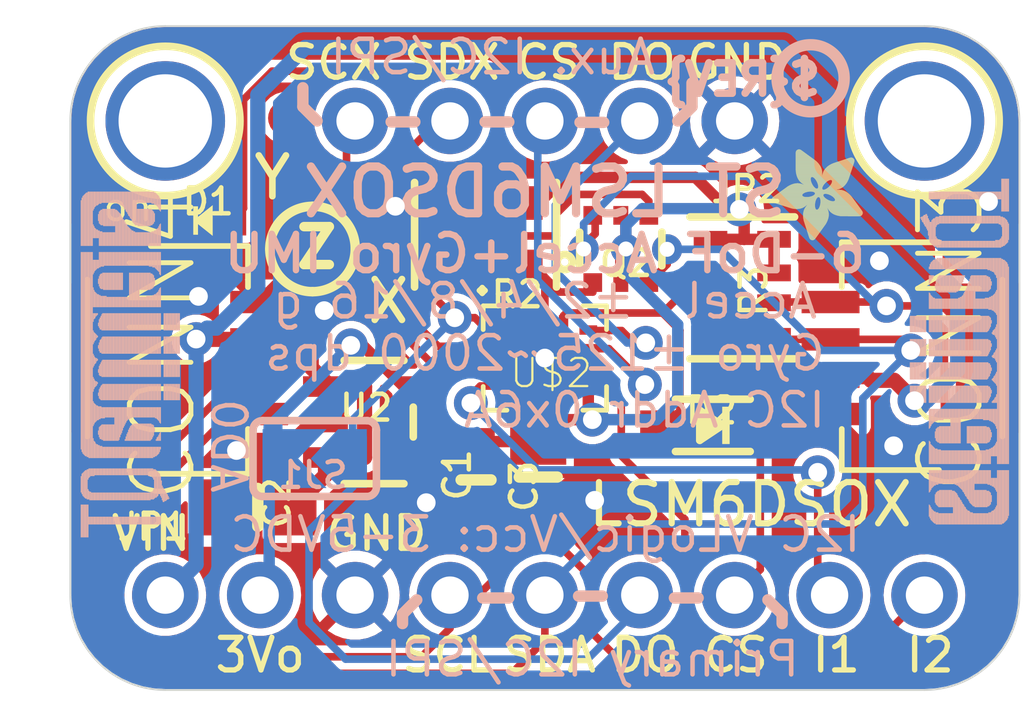
<source format=kicad_pcb>
(kicad_pcb (version 20221018) (generator pcbnew)
  (layers (0 "F.Cu" signal) (31 "B.Cu" signal) (34 "B.Paste" user) (35 "F.Paste" user) (36 "B.SilkS" user "B.Silkscreen") (37 "F.SilkS" user "F.Silkscreen") (38 "B.Mask" user) (39 "F.Mask" user) (44 "Edge.Cuts" user))
  (net 0 "")
  (net 1 "GND")
  (net 2 "SDA")
  (net 3 "SCL")
  (net 4 "SCL_3V")
  (net 5 "SDA_3V")
  (net 6 "3.3V")
  (net 7 "VCC")
  (net 8 "N$1")
  (net 9 "INT1")
  (net 10 "INT2")
  (net 11 "SDO")
  (net 12 "SDX")
  (net 13 "SCX")
  (net 14 "OCS_AUX")
  (net 15 "SDO_AUX")
  (net 16 "CS_5V")
  (net 17 "CS_3V")
  (footprint "working:ADAFRUIT_2.5MM" (layer "F.Cu") (at 157.0101 99.4156 180)
    (fp_text reference "U$9" hide)
    (fp_text value "" hide)
  )
  (footprint "working:CHIPLED_0603_NOOUTLINE" (layer "F.Cu") (at 139.3571 101.3206 90)
    (fp_text reference "D1" (at 0.508 0.889) (layer "F.SilkS") (effects (font (size 0.692831 0.692831) (thickness 0.119969)) (justify right)))
    (fp_text value "GREEN")
    (pad "A" smd rect (at 0 0.75 90) (size 0.8 0.8) (layers "F.Cu" "F.Paste" "F.Mask") (net 8 "N$1"))
    (pad "C" smd rect (at 0 -0.75 90) (size 0.8 0.8) (layers "F.Cu" "F.Paste" "F.Mask") (net 1 "GND"))
  )
  (footprint "working:SOT363" (layer "F.Cu") (at 150.5331 102.0826)
    (fp_text reference "Q2" (at -0.635 0.381) (layer "F.SilkS") (effects (font (size 0.692831 0.692831) (thickness 0.119969)) (justify left)))
    (fp_text value "BSS138")
    (pad "1" smd rect (at -0.75 0.9) (size 0.5 0.5) (layers "F.Cu" "F.Paste" "F.Mask") (net 4 "SCL_3V"))
    (pad "2" smd rect (at 0 0.9) (size 0.4 0.5) (layers "F.Cu" "F.Paste" "F.Mask") (net 6 "3.3V"))
    (pad "3" smd rect (at 0.75 0.9) (size 0.5 0.5) (layers "F.Cu" "F.Paste" "F.Mask") (net 2 "SDA"))
    (pad "4" smd rect (at 0.75 -0.9) (size 0.5 0.5) (layers "F.Cu" "F.Paste" "F.Mask") (net 5 "SDA_3V"))
    (pad "5" smd rect (at 0 -0.9) (size 0.4 0.5) (layers "F.Cu" "F.Paste" "F.Mask") (net 6 "3.3V"))
    (pad "6" smd rect (at -0.75 -0.9) (size 0.5 0.5) (layers "F.Cu" "F.Paste" "F.Mask") (net 3 "SCL"))
  )
  (footprint "working:JST_SH4" (layer "F.Cu") (at 138.3411 105.0036 -90)
    (fp_text reference "CONN4" (at -4.6 0.069 90) (layer "F.SilkS") (effects (font (size 1.647139 1.647139) (thickness 0.130861)) (justify right)))
    (fp_text value "STEMMA_I2C_QT" hide)
    (pad "1" smd rect (at -1.5 -2.514) (size 1.55 0.6) (layers "F.Cu" "F.Paste" "F.Mask") (net 1 "GND"))
    (pad "2" smd rect (at -0.5 -2.514) (size 1.55 0.6) (layers "F.Cu" "F.Paste" "F.Mask") (net 7 "VCC"))
    (pad "3" smd rect (at 0.5 -2.514) (size 1.55 0.6) (layers "F.Cu" "F.Paste" "F.Mask") (net 2 "SDA"))
    (pad "4" smd rect (at 1.5 -2.514) (size 1.55 0.6) (layers "F.Cu" "F.Paste" "F.Mask") (net 3 "SCL"))
    (pad "MT1" smd rect (at -2.8 1.386) (size 1.8 1.2) (layers "F.Cu" "F.Paste" "F.Mask"))
    (pad "MT2" smd rect (at 2.8 1.386) (size 1.8 1.2) (layers "F.Cu" "F.Paste" "F.Mask"))
  )
  (footprint "working:1X09_ROUND_70" (layer "F.Cu") (at 148.5011 111.3536)
    (fp_text reference "JP1" (at -11.5062 -1.8288) (layer "F.SilkS") (effects (font (size 0.692831 0.692831) (thickness 0.119969)) (justify left)))
    (fp_text value "")
    (pad "1" thru_hole circle (at -10.16 0 90) (size 1.778 1.778) (drill 1) (layers "*.Cu" "*.Mask") (net 7 "VCC"))
    (pad "2" thru_hole circle (at -7.62 0 90) (size 1.778 1.778) (drill 1) (layers "*.Cu" "*.Mask") (net 6 "3.3V"))
    (pad "3" thru_hole circle (at -5.08 0 90) (size 1.778 1.778) (drill 1) (layers "*.Cu" "*.Mask") (net 1 "GND"))
    (pad "4" thru_hole circle (at -2.54 0 90) (size 1.778 1.778) (drill 1) (layers "*.Cu" "*.Mask") (net 3 "SCL"))
    (pad "5" thru_hole circle (at 0 0 90) (size 1.778 1.778) (drill 1) (layers "*.Cu" "*.Mask") (net 2 "SDA"))
    (pad "6" thru_hole circle (at 2.54 0 90) (size 1.778 1.778) (drill 1) (layers "*.Cu" "*.Mask") (net 11 "SDO"))
    (pad "7" thru_hole circle (at 5.08 0 90) (size 1.778 1.778) (drill 1) (layers "*.Cu" "*.Mask") (net 16 "CS_5V"))
    (pad "8" thru_hole circle (at 7.62 0 90) (size 1.778 1.778) (drill 1) (layers "*.Cu" "*.Mask") (net 9 "INT1"))
    (pad "9" thru_hole circle (at 10.16 0 90) (size 1.778 1.778) (drill 1) (layers "*.Cu" "*.Mask") (net 10 "INT2"))
  )
  (footprint "working:SOT23-5" (layer "F.Cu") (at 143.9291 106.7181 -90)
    (fp_text reference "U2" (at -0.381 -0.562) (layer "F.SilkS") (effects (font (size 0.692831 0.692831) (thickness 0.119969)) (justify right)))
    (fp_text value "AP2112K-3.3")
    (pad "1" smd rect (at -0.95 1.3001 270) (size 0.55 1.2) (layers "F.Cu" "F.Paste" "F.Mask") (net 7 "VCC"))
    (pad "2" smd rect (at 0 1.3001 270) (size 0.55 1.2) (layers "F.Cu" "F.Paste" "F.Mask") (net 1 "GND"))
    (pad "3" smd rect (at 0.95 1.3001 270) (size 0.55 1.2) (layers "F.Cu" "F.Paste" "F.Mask") (net 7 "VCC"))
    (pad "4" smd rect (at 0.95 -1.3001 270) (size 0.55 1.2) (layers "F.Cu" "F.Paste" "F.Mask"))
    (pad "5" smd rect (at -0.95 -1.3001 270) (size 0.55 1.2) (layers "F.Cu" "F.Paste" "F.Mask") (net 6 "3.3V"))
  )
  (footprint "working:0603-NO" (layer "F.Cu") (at 146.6596 108.2675 -90)
    (fp_text reference "C1" (at -0.889 0.508 90) (layer "F.SilkS") (effects (font (size 0.692831 0.692831) (thickness 0.119969)) (justify right)))
    (fp_text value "0.1uF")
    (pad "1" smd rect (at -0.85 0 270) (size 1.075 1) (layers "F.Cu" "F.Paste" "F.Mask") (net 6 "3.3V"))
    (pad "2" smd rect (at 0.85 0 270) (size 1.075 1) (layers "F.Cu" "F.Paste" "F.Mask") (net 1 "GND"))
  )
  (footprint "working:FIDUCIAL_1MM" (layer "F.Cu") (at 141.5923 98.5774)
    (fp_text reference "FID3" hide)
    (fp_text value "FIDUCIAL_1MM" hide)
    (pad "1" smd roundrect (at 0 0) (size 1 1) (layers "F.Cu" "F.Mask") (roundrect_rratio 0.5))
  )
  (footprint "working:0805-NO" (layer "F.Cu") (at 148.3233 108.1913 -90)
    (fp_text reference "C3" (at -0.508 0.381 90) (layer "F.SilkS") (effects (font (size 0.692831 0.692831) (thickness 0.119969)) (justify right)))
    (fp_text value "10uF")
    (pad "1" smd rect (at -0.95 0 270) (size 1.24 1.5) (layers "F.Cu" "F.Paste" "F.Mask") (net 6 "3.3V"))
    (pad "2" smd rect (at 0.95 0 270) (size 1.24 1.5) (layers "F.Cu" "F.Paste" "F.Mask") (net 1 "GND"))
  )
  (footprint "working:RESPACK_4X0603" (layer "F.Cu") (at 146.9136 101.7016 180)
    (fp_text reference "R2" (at -1.6 -1.6) (layer "F.SilkS") (effects (font (size 0.692831 0.692831) (thickness 0.119969)) (justify right)))
    (fp_text value "10K")
    (pad "1" smd rect (at -1.3 0.85 180) (size 0.45 0.9) (layers "F.Cu" "F.Paste" "F.Mask") (net 6 "3.3V"))
    (pad "2" smd rect (at -0.4 0.85 180) (size 0.45 0.9) (layers "F.Cu" "F.Paste" "F.Mask") (net 6 "3.3V"))
    (pad "3" smd rect (at 0.4 0.85 180) (size 0.45 0.9) (layers "F.Cu" "F.Paste" "F.Mask") (net 8 "N$1"))
    (pad "4" smd rect (at 1.3 0.85 180) (size 0.45 0.9) (layers "F.Cu" "F.Paste" "F.Mask") (net 1 "GND"))
    (pad "5" smd rect (at 1.3 -0.85 180) (size 0.45 0.9) (layers "F.Cu" "F.Paste" "F.Mask") (net 11 "SDO"))
    (pad "6" smd rect (at 0.4 -0.85 180) (size 0.45 0.9) (layers "F.Cu" "F.Paste" "F.Mask") (net 6 "3.3V"))
    (pad "7" smd rect (at -0.4 -0.85 180) (size 0.45 0.9) (layers "F.Cu" "F.Paste" "F.Mask") (net 5 "SDA_3V"))
    (pad "8" smd rect (at -1.3 -0.85 180) (size 0.45 0.9) (layers "F.Cu" "F.Paste" "F.Mask") (net 4 "SCL_3V"))
  )
  (footprint "working:LGA-14L" (layer "F.Cu") (at 148.5011 105.0036)
    (fp_text reference "U$2" (at -0.984 0.405) (layer "F.SilkS") (effects (font (size 0.752978 0.752978) (thickness 0.059822)) (justify left)))
    (fp_text value "LSM6DSOX")
    (fp_text user "." (at -2.159 -1.524) (layer "F.SilkS") (effects (font (size 1.63576 1.63576) (thickness 0.14224)) (justify left bottom)))
    (pad "1" smd rect (at -1.1625 -0.75) (size 0.475 0.25) (layers "F.Cu" "F.Paste" "F.Mask") (net 11 "SDO"))
    (pad "2" smd rect (at -1.1625 -0.25) (size 0.475 0.25) (layers "F.Cu" "F.Paste" "F.Mask") (net 12 "SDX"))
    (pad "3" smd rect (at -1.1625 0.25) (size 0.475 0.25) (layers "F.Cu" "F.Paste" "F.Mask") (net 13 "SCX"))
    (pad "4" smd rect (at -1.1625 0.75) (size 0.475 0.25) (layers "F.Cu" "F.Paste" "F.Mask") (net 9 "INT1"))
    (pad "5" smd rect (at -0.5 0.9125 90) (size 0.475 0.25) (layers "F.Cu" "F.Paste" "F.Mask") (net 6 "3.3V"))
    (pad "6" smd rect (at 0 0.9125 90) (size 0.475 0.25) (layers "F.Cu" "F.Paste" "F.Mask") (net 1 "GND"))
    (pad "7" smd rect (at 0.5 0.9125 90) (size 0.475 0.25) (layers "F.Cu" "F.Paste" "F.Mask") (net 1 "GND"))
    (pad "8" smd rect (at 1.1625 0.75 180) (size 0.475 0.25) (layers "F.Cu" "F.Paste" "F.Mask") (net 6 "3.3V"))
    (pad "9" smd rect (at 1.1625 0.25 180) (size 0.475 0.25) (layers "F.Cu" "F.Paste" "F.Mask") (net 10 "INT2"))
    (pad "10" smd rect (at 1.1625 -0.25 180) (size 0.475 0.25) (layers "F.Cu" "F.Paste" "F.Mask") (net 14 "OCS_AUX"))
    (pad "11" smd rect (at 1.1625 -0.75 180) (size 0.475 0.25) (layers "F.Cu" "F.Paste" "F.Mask") (net 15 "SDO_AUX"))
    (pad "12" smd rect (at 0.5 -0.9125 270) (size 0.475 0.25) (layers "F.Cu" "F.Paste" "F.Mask") (net 17 "CS_3V"))
    (pad "13" smd rect (at 0 -0.9125 270) (size 0.475 0.25) (layers "F.Cu" "F.Paste" "F.Mask") (net 4 "SCL_3V"))
    (pad "14" smd rect (at -0.5 -0.9125 270) (size 0.475 0.25) (layers "F.Cu" "F.Paste" "F.Mask") (net 5 "SDA_3V"))
  )
  (footprint "working:MOUNTINGHOLE_2.5_PLATED" (layer "F.Cu") (at 138.3411 98.6536)
    (fp_text reference "U$1" hide)
    (fp_text value "MOUNTINGHOLE2.5" hide)
    (pad "P$1" thru_hole circle (at 0 0) (size 3.2 3.2) (drill 2.5) (layers "*.Cu" "*.Mask"))
    (zone (net 0) (net_name "") (layer "F.Cu") (connect_pads (clearance 0)) (min_thickness 0.25)
      (keepout (tracks not_allowed) (vias not_allowed) (pads not_allowed) (copperpour not_allowed) (footprints allowed))
      (fill (thermal_gap 0.5) (thermal_bridge_width 0.5))
      (polygon (pts (xy 140.3571 98.6536) (xy 140.33748 98.373027) (xy 140.279004 98.097915) (xy 140.182808 97.833619) (xy 140.050765 97.585283) (xy 139.885446 97.35774) (xy 139.690067 97.15542) (xy 139.468433 96.98226) (xy 139.224856 96.841631) (xy 138.964078 96.73627) (xy 138.691175 96.668228) (xy 138.411457 96.638828) (xy 138.130371 96.648644) (xy 137.853385 96.697484) (xy 137.585893 96.784397) (xy 137.3331 96.907693) (xy 137.099926 97.06497) (xy 136.890911 97.253169) (xy 136.710122 97.468625) (xy 136.561078 97.707145) (xy 136.44668 97.964087) (xy 136.369154 98.23445) (xy 136.330011 98.512971) (xy 136.330011 98.794229) (xy 136.369154 99.07275) (xy 136.44668 99.343113) (xy 136.561078 99.600055) (xy 136.710122 99.838575) (xy 136.890911 100.054031) (xy 137.099926 100.24223) (xy 137.3331 100.399507) (xy 137.585893 100.522803) (xy 137.853385 100.609716) (xy 138.130371 100.658556) (xy 138.411457 100.668372) (xy 138.691175 100.638972) (xy 138.964078 100.57093) (xy 139.224856 100.465569) (xy 139.468433 100.32494) (xy 139.690067 100.15178) (xy 139.885446 99.94946) (xy 140.050765 99.721917) (xy 140.182808 99.473581) (xy 140.279004 99.209285) (xy 140.33748 98.934173)))
      (polygon (pts (xy 138.3251 98.6536) (xy 138.329786 98.664914) (xy 138.3411 98.6696) (xy 138.352414 98.664914) (xy 138.3571 98.6536) (xy 138.352414 98.642286) (xy 138.3411 98.6376) (xy 138.329786 98.642286)))
    )
    (zone (net 0) (net_name "") (layer "B.Cu") (connect_pads (clearance 0)) (min_thickness 0.25)
      (keepout (tracks not_allowed) (vias not_allowed) (pads not_allowed) (copperpour not_allowed) (footprints allowed))
      (fill (thermal_gap 0.5) (thermal_bridge_width 0.5))
      (polygon (pts (xy 140.3571 98.6536) (xy 140.33748 98.373027) (xy 140.279004 98.097915) (xy 140.182808 97.833619) (xy 140.050765 97.585283) (xy 139.885446 97.35774) (xy 139.690067 97.15542) (xy 139.468433 96.98226) (xy 139.224856 96.841631) (xy 138.964078 96.73627) (xy 138.691175 96.668228) (xy 138.411457 96.638828) (xy 138.130371 96.648644) (xy 137.853385 96.697484) (xy 137.585893 96.784397) (xy 137.3331 96.907693) (xy 137.099926 97.06497) (xy 136.890911 97.253169) (xy 136.710122 97.468625) (xy 136.561078 97.707145) (xy 136.44668 97.964087) (xy 136.369154 98.23445) (xy 136.330011 98.512971) (xy 136.330011 98.794229) (xy 136.369154 99.07275) (xy 136.44668 99.343113) (xy 136.561078 99.600055) (xy 136.710122 99.838575) (xy 136.890911 100.054031) (xy 137.099926 100.24223) (xy 137.3331 100.399507) (xy 137.585893 100.522803) (xy 137.853385 100.609716) (xy 138.130371 100.658556) (xy 138.411457 100.668372) (xy 138.691175 100.638972) (xy 138.964078 100.57093) (xy 139.224856 100.465569) (xy 139.468433 100.32494) (xy 139.690067 100.15178) (xy 139.885446 99.94946) (xy 140.050765 99.721917) (xy 140.182808 99.473581) (xy 140.279004 99.209285) (xy 140.33748 98.934173)))
      (polygon (pts (xy 138.3251 98.6536) (xy 138.329786 98.664914) (xy 138.3411 98.6696) (xy 138.352414 98.664914) (xy 138.3571 98.6536) (xy 138.352414 98.642286) (xy 138.3411 98.6376) (xy 138.329786 98.642286)))
    )
  )
  (footprint "working:MOUNTINGHOLE_2.5_PLATED" (layer "F.Cu") (at 158.6611 98.6536)
    (fp_text reference "U$17" hide)
    (fp_text value "MOUNTINGHOLE2.5" hide)
    (pad "P$1" thru_hole circle (at 0 0) (size 3.2 3.2) (drill 2.5) (layers "*.Cu" "*.Mask"))
    (zone (net 0) (net_name "") (layer "F.Cu") (connect_pads (clearance 0)) (min_thickness 0.25)
      (keepout (tracks not_allowed) (vias not_allowed) (pads not_allowed) (copperpour not_allowed) (footprints allowed))
      (fill (thermal_gap 0.5) (thermal_bridge_width 0.5))
      (polygon (pts (xy 160.6771 98.6536) (xy 160.65748 98.373027) (xy 160.599004 98.097915) (xy 160.502808 97.833619) (xy 160.370765 97.585283) (xy 160.205446 97.35774) (xy 160.010067 97.15542) (xy 159.788433 96.98226) (xy 159.544856 96.841631) (xy 159.284078 96.73627) (xy 159.011175 96.668228) (xy 158.731457 96.638828) (xy 158.450371 96.648644) (xy 158.173385 96.697484) (xy 157.905893 96.784397) (xy 157.6531 96.907693) (xy 157.419926 97.06497) (xy 157.210911 97.253169) (xy 157.030122 97.468625) (xy 156.881078 97.707145) (xy 156.76668 97.964087) (xy 156.689154 98.23445) (xy 156.650011 98.512971) (xy 156.650011 98.794229) (xy 156.689154 99.07275) (xy 156.76668 99.343113) (xy 156.881078 99.600055) (xy 157.030122 99.838575) (xy 157.210911 100.054031) (xy 157.419926 100.24223) (xy 157.6531 100.399507) (xy 157.905893 100.522803) (xy 158.173385 100.609716) (xy 158.450371 100.658556) (xy 158.731457 100.668372) (xy 159.011175 100.638972) (xy 159.284078 100.57093) (xy 159.544856 100.465569) (xy 159.788433 100.32494) (xy 160.010067 100.15178) (xy 160.205446 99.94946) (xy 160.370765 99.721917) (xy 160.502808 99.473581) (xy 160.599004 99.209285) (xy 160.65748 98.934173)))
      (polygon (pts (xy 158.6451 98.6536) (xy 158.649786 98.664914) (xy 158.6611 98.6696) (xy 158.672414 98.664914) (xy 158.6771 98.6536) (xy 158.672414 98.642286) (xy 158.6611 98.6376) (xy 158.649786 98.642286)))
    )
    (zone (net 0) (net_name "") (layer "B.Cu") (connect_pads (clearance 0)) (min_thickness 0.25)
      (keepout (tracks not_allowed) (vias not_allowed) (pads not_allowed) (copperpour not_allowed) (footprints allowed))
      (fill (thermal_gap 0.5) (thermal_bridge_width 0.5))
      (polygon (pts (xy 160.6771 98.6536) (xy 160.65748 98.373027) (xy 160.599004 98.097915) (xy 160.502808 97.833619) (xy 160.370765 97.585283) (xy 160.205446 97.35774) (xy 160.010067 97.15542) (xy 159.788433 96.98226) (xy 159.544856 96.841631) (xy 159.284078 96.73627) (xy 159.011175 96.668228) (xy 158.731457 96.638828) (xy 158.450371 96.648644) (xy 158.173385 96.697484) (xy 157.905893 96.784397) (xy 157.6531 96.907693) (xy 157.419926 97.06497) (xy 157.210911 97.253169) (xy 157.030122 97.468625) (xy 156.881078 97.707145) (xy 156.76668 97.964087) (xy 156.689154 98.23445) (xy 156.650011 98.512971) (xy 156.650011 98.794229) (xy 156.689154 99.07275) (xy 156.76668 99.343113) (xy 156.881078 99.600055) (xy 157.030122 99.838575) (xy 157.210911 100.054031) (xy 157.419926 100.24223) (xy 157.6531 100.399507) (xy 157.905893 100.522803) (xy 158.173385 100.609716) (xy 158.450371 100.658556) (xy 158.731457 100.668372) (xy 159.011175 100.638972) (xy 159.284078 100.57093) (xy 159.544856 100.465569) (xy 159.788433 100.32494) (xy 160.010067 100.15178) (xy 160.205446 99.94946) (xy 160.370765 99.721917) (xy 160.502808 99.473581) (xy 160.599004 99.209285) (xy 160.65748 98.934173)))
      (polygon (pts (xy 158.6451 98.6536) (xy 158.649786 98.664914) (xy 158.6611 98.6696) (xy 158.672414 98.664914) (xy 158.6771 98.6536) (xy 158.672414 98.642286) (xy 158.6611 98.6376) (xy 158.649786 98.642286)))
    )
  )
  (footprint "working:JST_SH4" (layer "F.Cu") (at 158.6611 105.0036 90)
    (fp_text reference "CONN3" (at -3.711 0.704 90) (layer "F.SilkS") (effects (font (size 1.647139 1.647139) (thickness 0.130861)) (justify left)))
    (fp_text value "STEMMA_I2C_QT" hide)
    (pad "1" smd rect (at -1.5 -2.514 180) (size 1.55 0.6) (layers "F.Cu" "F.Paste" "F.Mask") (net 1 "GND"))
    (pad "2" smd rect (at -0.5 -2.514 180) (size 1.55 0.6) (layers "F.Cu" "F.Paste" "F.Mask") (net 7 "VCC"))
    (pad "3" smd rect (at 0.5 -2.514 180) (size 1.55 0.6) (layers "F.Cu" "F.Paste" "F.Mask") (net 2 "SDA"))
    (pad "4" smd rect (at 1.5 -2.514 180) (size 1.55 0.6) (layers "F.Cu" "F.Paste" "F.Mask") (net 3 "SCL"))
    (pad "MT1" smd rect (at -2.8 1.386 180) (size 1.8 1.2) (layers "F.Cu" "F.Paste" "F.Mask"))
    (pad "MT2" smd rect (at 2.8 1.386 180) (size 1.8 1.2) (layers "F.Cu" "F.Paste" "F.Mask"))
  )
  (footprint "working:0805-NO" (layer "F.Cu") (at 140.8176 109.0041 180)
    (fp_text reference "C2" (at -0.508 -0.635 90) (layer "F.SilkS") (effects (font (size 0.692831 0.692831) (thickness 0.119969)) (justify left)))
    (fp_text value "10uF")
    (pad "1" smd rect (at -0.95 0 180) (size 1.24 1.5) (layers "F.Cu" "F.Paste" "F.Mask") (net 7 "VCC"))
    (pad "2" smd rect (at 0.95 0 180) (size 1.24 1.5) (layers "F.Cu" "F.Paste" "F.Mask") (net 1 "GND"))
  )
  (footprint "working:RESPACK_4X0603" (layer "F.Cu") (at 153.7843 103.124 90)
    (fp_text reference "R3" (at -0.838 0.305 90) (layer "F.SilkS") (effects (font (size 0.692831 0.692831) (thickness 0.119969)) (justify left)))
    (fp_text value "10K")
    (pad "1" smd rect (at -1.3 0.85 90) (size 0.45 0.9) (layers "F.Cu" "F.Paste" "F.Mask") (net 2 "SDA"))
    (pad "2" smd rect (at -0.4 0.85 90) (size 0.45 0.9) (layers "F.Cu" "F.Paste" "F.Mask") (net 3 "SCL"))
    (pad "3" smd rect (at 0.4 0.85 90) (size 0.45 0.9) (layers "F.Cu" "F.Paste" "F.Mask") (net 6 "3.3V"))
    (pad "4" smd rect (at 1.3 0.85 90) (size 0.45 0.9) (layers "F.Cu" "F.Paste" "F.Mask") (net 6 "3.3V"))
    (pad "5" smd rect (at 1.3 -0.85 90) (size 0.45 0.9) (layers "F.Cu" "F.Paste" "F.Mask") (net 6 "3.3V"))
    (pad "6" smd rect (at 0.4 -0.85 90) (size 0.45 0.9) (layers "F.Cu" "F.Paste" "F.Mask") (net 17 "CS_3V"))
    (pad "7" smd rect (at -0.4 -0.85 90) (size 0.45 0.9) (layers "F.Cu" "F.Paste" "F.Mask") (net 7 "VCC"))
    (pad "8" smd rect (at -1.3 -0.85 90) (size 0.45 0.9) (layers "F.Cu" "F.Paste" "F.Mask") (net 7 "VCC"))
  )
  (footprint "working:1X05_ROUND_70" (layer "F.Cu") (at 148.5011 98.6536 180)
    (fp_text reference "JP2" (at -6.4262 -1.8288) (layer "F.SilkS") (effects (font (size 0.692831 0.692831) (thickness 0.119969)) (justify right)))
    (fp_text value "")
    (pad "1" thru_hole circle (at -5.08 0 270) (size 1.778 1.778) (drill 1) (layers "*.Cu" "*.Mask") (net 1 "GND"))
    (pad "2" thru_hole circle (at -2.54 0 270) (size 1.778 1.778) (drill 1) (layers "*.Cu" "*.Mask") (net 15 "SDO_AUX"))
    (pad "3" thru_hole circle (at 0 0 270) (size 1.778 1.778) (drill 1) (layers "*.Cu" "*.Mask") (net 14 "OCS_AUX"))
    (pad "4" thru_hole circle (at 2.54 0 270) (size 1.778 1.778) (drill 1) (layers "*.Cu" "*.Mask") (net 12 "SDX"))
    (pad "5" thru_hole circle (at 5.08 0 270) (size 1.778 1.778) (drill 1) (layers "*.Cu" "*.Mask") (net 13 "SCX"))
  )
  (footprint "working:FIDUCIAL_1MM" (layer "F.Cu") (at 160.2359 109.5248)
    (fp_text reference "FID4" hide)
    (fp_text value "FIDUCIAL_1MM" hide)
    (pad "1" smd roundrect (at 0 0) (size 1 1) (layers "F.Cu" "F.Mask") (roundrect_rratio 0.5))
  )
  (footprint "working:SOD-323" (layer "F.Cu") (at 152.9969 106.807 180)
    (fp_text reference "D2" (at -0.719 0.397) (layer "F.SilkS") (effects (font (size 0.692831 0.692831) (thickness 0.119969)) (justify right)))
    (fp_text value "1N4148")
    (pad "A" smd rect (at 1.27 0 180) (size 1.35 0.8) (layers "F.Cu" "F.Paste" "F.Mask") (net 17 "CS_3V"))
    (pad "C" smd rect (at -1.27 0 180) (size 1.35 0.8) (layers "F.Cu" "F.Paste" "F.Mask") (net 16 "CS_5V"))
  )
  (footprint "working:PCBFEAT-REV-040" (layer "B.Cu") (at 155.6131 97.5106 180)
    (fp_text reference "U$25" hide)
    (fp_text value "" hide)
    (fp_text user "${REV}" (at -0.3556 -0.508) (layer "B.SilkS") (effects (font (size 0.8128 0.8128) (thickness 0.2032)) (justify left bottom mirror)))
  )
  (footprint "working:STEMMAQT" (layer "B.Cu") (at 158.2801 109.4486 90)
    (fp_text reference "U$30" hide)
    (fp_text value "" hide)
  )
  (footprint "working:STEMMAQT" (layer "B.Cu") (at 138.7221 100.5586 -90)
    (fp_text reference "U$31" hide)
    (fp_text value "" hide)
  )
  (footprint "working:SOLDERJUMPER_ARROW_NOPASTE" (layer "B.Cu") (at 142.3416 107.696 180)
    (fp_text reference "SJ1" (at -0.9525 -0.4445) (layer "B.SilkS") (effects (font (size 0.692831 0.692831) (thickness 0.119969)) (justify left mirror)))
    (fp_text value "")
    (fp_poly (pts (xy 0.106121 -0.002663) (xy -0.679416 -0.7882) (xy -1.3946 -0.7882) (xy -1.3946 0.7882) (xy -0.62715 0.7882)) (fill solid) (layer "B.Cu"))
    (fp_poly (pts (xy 1.3946 -0.7882) (xy -0.315893 -0.7882) (xy 0.443148 0) (xy -0.315893 0.7882) (xy 1.3946 0.7882)) (fill solid) (layer "B.Cu"))
    (pad "1" smd roundrect (at -1.016 0 180) (size 0.762 1.524) (layers "B.Cu") (net 11 "SDO"))
    (pad "2" smd roundrect (at 1.016 0 180) (size 0.762 1.524) (layers "B.Cu") (net 6 "3.3V"))
  )
  (gr_line (start 154.4701 111.4806) (end 154.8511 111.8616) (stroke (width 0.3048)) (layer "B.SilkS"))
  (gr_line (start 146.9009 98.679) (end 147.5359 98.679) (stroke (width 0.3048)) (layer "B.SilkS"))
  (gr_line (start 154.8511 111.8616) (end 154.8511 112.1156) (stroke (width 0.3048)) (layer "B.SilkS"))
  (gr_line (start 150.0378 111.379) (end 149.4028 111.379) (stroke (width 0.3048)) (layer "B.SilkS"))
  (gr_line (start 144.3863 98.679) (end 145.0213 98.679) (stroke (width 0.3048)) (layer "B.SilkS"))
  (gr_line (start 142.4051 98.6536) (end 142.0241 98.2726) (stroke (width 0.3048)) (layer "B.SilkS"))
  (gr_line (start 152.6032 111.4298) (end 151.9682 111.4298) (stroke (width 0.3048)) (layer "B.SilkS"))
  (gr_line (start 144.6911 111.8616) (end 144.6911 112.1156) (stroke (width 0.3048)) (layer "B.SilkS"))
  (gr_line (start 147.5359 111.4298) (end 146.8374 111.4298) (stroke (width 0.3048)) (layer "B.SilkS"))
  (gr_line (start 152.0571 98.6536) (end 152.4381 98.2726) (stroke (width 0.3048)) (layer "B.SilkS"))
  (gr_line (start 149.4409 98.6917) (end 150.0759 98.6917) (stroke (width 0.3048)) (layer "B.SilkS"))
  (gr_line (start 142.0241 98.2726) (end 142.0241 97.7646) (stroke (width 0.3048)) (layer "B.SilkS"))
  (gr_line (start 152.4381 98.2726) (end 152.4381 97.6376) (stroke (width 0.3048)) (layer "B.SilkS"))
  (gr_line (start 145.0721 111.4806) (end 144.6911 111.8616) (stroke (width 0.3048)) (layer "B.SilkS"))
  (gr_arc (start 142.2821 103.2266) (mid 141.473877 102.891823) (end 141.1391 102.0836) (stroke (width 0.254)) (layer "F.SilkS"))
  (gr_arc (start 142.2821 100.9406) (mid 143.096188 101.269514) (end 143.4251 102.083602) (stroke (width 0.254)) (layer "F.SilkS"))
  (gr_arc (start 143.4251 102.0836) (mid 143.090323 102.891823) (end 142.2821 103.2266) (stroke (width 0.254)) (layer "F.SilkS"))
  (gr_arc (start 141.1391 102.0836) (mid 141.473877 101.275377) (end 142.2821 100.9406) (stroke (width 0.254)) (layer "F.SilkS"))
  (gr_arc (start 161.2011 111.3536) (mid 160.457151 113.149651) (end 158.6611 113.8936) (stroke (width 0.05)) (layer "Edge.Cuts"))
  (gr_line (start 161.2011 111.3536) (end 161.2011 98.6536) (stroke (width 0.05)) (layer "Edge.Cuts"))
  (gr_line (start 135.8011 98.6536) (end 135.8011 111.3536) (stroke (width 0.05)) (layer "Edge.Cuts"))
  (gr_arc (start 158.6611 96.1136) (mid 160.457151 96.857549) (end 161.2011 98.6536) (stroke (width 0.05)) (layer "Edge.Cuts"))
  (gr_arc (start 138.3411 113.8936) (mid 136.545049 113.149651) (end 135.8011 111.3536) (stroke (width 0.05)) (layer "Edge.Cuts"))
  (gr_line (start 158.6611 96.1136) (end 138.3411 96.1136) (stroke (width 0.05)) (layer "Edge.Cuts"))
  (gr_arc (start 135.8011 98.6536) (mid 136.545049 96.857549) (end 138.3411 96.1136) (stroke (width 0.05)) (layer "Edge.Cuts"))
  (gr_line (start 138.3411 113.8936) (end 158.6611 113.8936) (stroke (width 0.05)) (layer "Edge.Cuts"))
  (gr_text "I2C Addr 0x6A" (at 151.1681 106.4006) (layer "B.SilkS") (effects (font (size 0.89408 0.89408) (thickness 0.12192)) (justify mirror)))
  (gr_text "I2C VLogic/Vcc: 3-5VDC" (at 148.5138 109.728) (layer "B.SilkS") (effects (font (size 0.89408 0.89408) (thickness 0.12192)) (justify mirror)))
  (gr_text "Accel  ±2/4/8/16 g" (at 148.5011 103.4796) (layer "B.SilkS") (effects (font (size 0.89408 0.89408) (thickness 0.12192)) (justify mirror)))
  (gr_text "Gyro ±125~~2000 dps" (at 148.5011 104.8766) (layer "B.SilkS") (effects (font (size 0.89408 0.89408) (thickness 0.12192)) (justify mirror)))
  (gr_text "Primary I2C/SPI" (at 149.7711 113.0681) (layer "B.SilkS") (effects (font (size 0.89408 0.89408) (thickness 0.12192)) (justify mirror)))
  (gr_text "ST LSM6DSOX" (at 148.5011 100.5586) (layer "B.SilkS") (effects (font (size 1.25222 1.25222) (thickness 0.22098)) (justify mirror)))
  (gr_text "6-DoF Accel+Gyro IMU" (at 148.5011 102.2096) (layer "B.SilkS") (effects (font (size 0.97155 0.97155) (thickness 0.17145)) (justify mirror)))
  (gr_text "Aux. I2C/SPI" (at 147.1041 96.9391) (layer "B.SilkS") (effects (font (size 0.89408 0.89408) (thickness 0.12192)) (justify mirror)))
  (gr_text "AD0" (at 140.0302 107.3531 -90) (layer "B.SilkS") (effects (font (size 0.89408 0.89408) (thickness 0.12192)) (justify mirror)))
  (gr_text "DO" (at 151.1046 97.08515) (layer "F.SilkS") (effects (font (size 0.87376 0.87376) (thickness 0.14224))))
  (gr_text "I2" (at 158.8135 112.96015) (layer "F.SilkS") (effects (font (size 0.87376 0.87376) (thickness 0.14224))))
  (gr_text "SCX" (at 142.8496 97.08515) (layer "F.SilkS") (effects (font (size 0.87376 0.87376) (thickness 0.14224))))
  (gr_text "Z" (at 143.0441 101.4486) (layer "F.SilkS") (effects (font (size 1.016 1.016) (thickness 0.254)) (justify right top)))
  (gr_text "GND" (at 143.9926 109.7026) (layer "F.SilkS") (effects (font (size 0.87376 0.87376) (thickness 0.14224))))
  (gr_text "DO" (at 151.1808 112.96015) (layer "F.SilkS") (effects (font (size 0.87376 0.87376) (thickness 0.14224))))
  (gr_text "X" (at 144.9491 102.8456) (layer "F.SilkS") (effects (font (size 1.0922 1.0922) (thickness 0.1778)) (justify right top)))
  (gr_text "I1" (at 156.2989 112.96015) (layer "F.SilkS") (effects (font (size 0.87376 0.87376) (thickness 0.14224))))
  (gr_text "SDX" (at 146.0119 97.08515) (layer "F.SilkS") (effects (font (size 0.87376 0.87376) (thickness 0.14224))))
  (gr_text "SCL" (at 145.8976 112.96015) (layer "F.SilkS") (effects (font (size 0.87376 0.87376) (thickness 0.14224))))
  (gr_text "GND" (at 153.6446 97.08515) (layer "F.SilkS") (effects (font (size 0.87376 0.87376) (thickness 0.14224))))
  (gr_text "LSM6DSOX" (at 154.0002 108.9279) (layer "F.SilkS") (effects (font (size 1.1049 1.1049) (thickness 0.1651))))
  (gr_text "VIN" (at 137.9601 109.7026) (layer "F.SilkS") (effects (font (size 0.87376 0.87376) (thickness 0.14224))))
  (gr_text "on" (at 136.6266 101.3841) (layer "F.SilkS") (effects (font (size 0.715264 0.715264) (thickness 0.097536)) (justify left bottom)))
  (gr_text "CS" (at 148.6027 97.08515) (layer "F.SilkS") (effects (font (size 0.87376 0.87376) (thickness 0.14224))))
  (gr_text "SDA" (at 148.6281 112.96015) (layer "F.SilkS") (effects (font (size 0.87376 0.87376) (thickness 0.14224))))
  (gr_text "Y" (at 140.6231 100.8116) (layer "F.SilkS") (effects (font (size 1.0922 1.0922) (thickness 0.1778)) (justify left bottom)))
  (gr_text "3Vo" (at 140.8811 112.96015) (layer "F.SilkS") (effects (font (size 0.87376 0.87376) (thickness 0.14224))))
  (gr_text "CS" (at 153.6065 112.96015) (layer "F.SilkS") (effects (font (size 0.87376 0.87376) (thickness 0.14224))))
  (segment (start 148.5011 105.9161) (end 148.5011 105.0036) (width 0.2032) (layer "F.Cu") (net 1))
  (segment (start 142.114662 106.7962) (end 141.430762 107.4801) (width 0.254) (layer "F.Cu") (net 1))
  (segment (start 142.5509 106.7962) (end 142.114662 106.7962) (width 0.254) (layer "F.Cu") (net 1))
  (segment (start 142.629 106.7181) (end 142.5509 106.7962) (width 0.4064) (layer "F.Cu") (net 1))
  (segment (start 141.430762 107.4801) (end 140.2461 107.4801) (width 0.4064) (layer "F.Cu") (net 1))
  (via (at 157.4546 102.4001) (size 0.9064) (drill 0.5) (layers "F.Cu" "B.Cu") (net 1))
  (via (at 140.2461 107.4801) (size 0.9064) (drill 0.5) (layers "F.Cu" "B.Cu") (net 1))
  (via (at 142.5956 103.7336) (size 0.9064) (drill 0.5) (layers "F.Cu" "B.Cu") (net 1))
  (via (at 148.5011 105.0036) (size 0.9064) (drill 0.5) (layers "F.Cu" "B.Cu") (net 1))
  (via (at 160.3756 100.8126) (size 0.9064) (drill 0.5) (layers "F.Cu" "B.Cu") (net 1))
  (via (at 157.8356 107.3531) (size 0.9064) (drill 0.5) (layers "F.Cu" "B.Cu") (net 1))
  (via (at 139.2301 103.3526) (size 0.9064) (drill 0.5) (layers "F.Cu" "B.Cu") (net 1))
  (via (at 144.5006 100.9396) (size 0.9064) (drill 0.5) (layers "F.Cu" "B.Cu") (net 1))
  (via (at 145.3261 108.8771) (size 0.9064) (drill 0.5) (layers "F.Cu" "B.Cu") (net 1))
  (via (at 149.8346 108.8136) (size 0.9064) (drill 0.5) (layers "F.Cu" "B.Cu") (net 1))
  (segment (start 147.6121 113.4491) (end 148.5011 112.5601) (width 0.2032) (layer "F.Cu") (net 2))
  (segment (start 140.8551 105.5036) (end 140.34905 105.5036) (width 0.2032) (layer "F.Cu") (net 2))
  (segment (start 156.1471 104.5036) (end 158.2928 104.5036) (width 0.2032) (layer "F.Cu") (net 2))
  (segment (start 158.2928 104.5036) (end 158.2928 104.8004) (width 0.2032) (layer "F.Cu") (net 2))
  (segment (start 148.5011 112.5601) (end 148.5011 111.3536) (width 0.2032) (layer "F.Cu") (net 2))
  (segment (start 156.1471 104.5036) (end 154.7139 104.5036) (width 0.2032) (layer "F.Cu") (net 2))
  (segment (start 138.0871 113.4491) (end 147.6121 113.4491) (width 0.2032) (layer "F.Cu") (net 2))
  (segment (start 138.1599 107.69275) (end 138.1599 108.52985) (width 0.2032) (layer "F.Cu") (net 2))
  (segment (start 151.2831 102.9826) (end 151.7731 102.4926) (width 0.2032) (layer "F.Cu") (net 2))
  (segment (start 140.34905 105.5036) (end 138.1599 107.69275) (width 0.2032) (layer "F.Cu") (net 2))
  (segment (start 138.1599 108.52985) (end 136.6901 109.99965) (width 0.2032) (layer "F.Cu") (net 2))
  (segment (start 154.6343 104.424) (end 154.7139 104.5036) (width 0.2032) (layer "F.Cu") (net 2))
  (segment (start 151.7731 102.4926) (end 151.7731 102.091738) (width 0.2032) (layer "F.Cu") (net 2))
  (segment (start 136.6901 112.0521) (end 138.0871 113.4491) (width 0.2032) (layer "F.Cu") (net 2))
  (segment (start 136.6901 109.99965) (end 136.6901 112.0521) (width 0.2032) (layer "F.Cu") (net 2))
  (via (at 151.7731 102.091738) (size 0.8064) (drill 0.4) (layers "F.Cu" "B.Cu") (net 2))
  (via (at 158.2928 104.8004) (size 0.9064) (drill 0.5) (layers "F.Cu" "B.Cu") (net 2))
  (segment (start 150.2791 109.4486) (end 148.5011 111.2266) (width 0.2032) (layer "B.Cu") (net 2))
  (segment (start 153.209237 102.091738) (end 155.9179 104.8004) (width 0.2032) (layer "B.Cu") (net 2))
  (segment (start 156.5021 109.4486) (end 150.2791 109.4486) (width 0.2032) (layer "B.Cu") (net 2))
  (segment (start 148.5011 111.2266) (end 148.5011 111.3536) (width 0.2032) (layer "B.Cu") (net 2))
  (segment (start 158.2928 104.8004) (end 157.0101 106.0831) (width 0.2032) (layer "B.Cu") (net 2))
  (segment (start 151.7731 102.091738) (end 153.209237 102.091738) (width 0.2032) (layer "B.Cu") (net 2))
  (segment (start 157.0101 108.9406) (end 156.5021 109.4486) (width 0.2032) (layer "B.Cu") (net 2))
  (segment (start 158.2928 104.8004) (end 155.9179 104.8004) (width 0.2032) (layer "B.Cu") (net 2))
  (segment (start 157.0101 106.0831) (end 157.0101 108.9406) (width 0.2032) (layer "B.Cu") (net 2))
  (segment (start 137.1473 110.117188) (end 137.1473 111.934563) (width 0.2032) (layer "F.Cu") (net 3))
  (segment (start 138.217337 113.0046) (end 145.1991 113.0046) (width 0.2032) (layer "F.Cu") (net 3))
  (segment (start 138.5663 108.698188) (end 137.1473 110.117188) (width 0.2032) (layer "F.Cu") (net 3))
  (segment (start 149.538937 102.0826) (end 149.538937 101.983675) (width 0.2032) (layer "F.Cu") (net 3))
  (segment (start 157.5421 103.5036) (end 157.6451 103.6066) (width 0.2032) (layer "F.Cu") (net 3))
  (segment (start 145.1991 113.0046) (end 145.9611 112.2426) (width 0.2032) (layer "F.Cu") (net 3))
  (segment (start 149.8466 101.676013) (end 149.538937 101.983675) (width 0.2032) (layer "F.Cu") (net 3))
  (segment (start 138.5663 108.0169) (end 138.5663 108.698188) (width 0.2032) (layer "F.Cu") (net 3))
  (segment (start 149.8466 101.2461) (end 149.8466 101.676013) (width 0.2032) (layer "F.Cu") (net 3))
  (segment (start 149.7076 110.8456) (end 149.7076 112.3061) (width 0.2032) (layer "F.Cu") (net 3))
  (segment (start 149.7076 112.3061) (end 150.8125 113.411) (width 0.2032) (layer "F.Cu") (net 3))
  (segment (start 156.1471 103.5036) (end 154.6547 103.5036) (width 0.2032) (layer "F.Cu") (net 3))
  (segment (start 147.92405 110.1471) (end 149.0091 110.1471) (width 0.2032) (layer "F.Cu") (net 3))
  (segment (start 158.798034 109.802241) (end 158.798034 107.025666) (width 0.2032) (layer "F.Cu") (net 3))
  (segment (start 147.92405 110.1471) (end 146.71755 111.3536) (width 0.2032) (layer "F.Cu") (net 3))
  (segment (start 158.798034 107.025666) (end 159.1945 106.6292) (width 0.2032) (layer "F.Cu") (net 3))
  (segment (start 140.0796 106.5036) (end 138.5663 108.0169) (width 0.2032) (layer "F.Cu") (net 3))
  (segment (start 159.1945 106.6292) (end 159.1945 104.2416) (width 0.2032) (layer "F.Cu") (net 3))
  (segment (start 150.8125 113.411) (end 158.291993 113.411) (width 0.2032) (layer "F.Cu") (net 3))
  (segment (start 149.0091 110.1471) (end 149.7076 110.8456) (width 0.2032) (layer "F.Cu") (net 3))
  (segment (start 145.9611 112.2426) (end 145.9611 111.3536) (width 0.2032) (layer "F.Cu") (net 3))
  (segment (start 140.8551 106.5036) (end 140.0796 106.5036) (width 0.2032) (layer "F.Cu") (net 3))
  (segment (start 158.5595 103.6066) (end 157.6451 103.6066) (width 0.2032) (layer "F.Cu") (net 3))
  (segment (start 159.8549 111.848094) (end 159.8549 110.859107) (width 0.2032) (layer "F.Cu") (net 3))
  (segment (start 156.1471 103.5036) (end 157.5421 103.5036) (width 0.2032) (layer "F.Cu") (net 3))
  (segment (start 159.8549 110.859107) (end 158.798034 109.802241) (width 0.2032) (layer "F.Cu") (net 3))
  (segment (start 154.6343 103.524) (end 154.6547 103.5036) (width 0.2032) (layer "F.Cu") (net 3))
  (segment (start 145.9611 111.3536) (end 146.71755 111.3536) (width 0.2032) (layer "F.Cu") (net 3))
  (segment (start 137.1473 111.934563) (end 138.217337 113.0046) (width 0.2032) (layer "F.Cu") (net 3))
  (segment (start 158.291993 113.411) (end 159.8549 111.848094) (width 0.2032) (layer "F.Cu") (net 3))
  (segment (start 149.7831 101.1826) (end 149.8466 101.2461) (width 0.2032) (layer "F.Cu") (net 3))
  (segment (start 159.1945 104.2416) (end 158.5595 103.6066) (width 0.2032) (layer "F.Cu") (net 3))
  (via (at 149.538937 102.0826) (size 0.8064) (drill 0.4) (layers "F.Cu" "B.Cu") (net 3))
  (via (at 157.6451 103.6066) (size 0.9064) (drill 0.5) (layers "F.Cu" "B.Cu") (net 3))
  (segment (start 149.538937 101.40456) (end 149.538937 102.0826) (width 0.2032) (layer "B.Cu") (net 3))
  (segment (start 150.807559 100.135938) (end 149.538937 101.40456) (width 0.2032) (layer "B.Cu") (net 3))
  (segment (start 157.6451 103.6066) (end 157.3911 103.6066) (width 0.2032) (layer "B.Cu") (net 3))
  (segment (start 153.920437 100.135938) (end 150.807559 100.135938) (width 0.2032) (layer "B.Cu") (net 3))
  (segment (start 157.3911 103.6066) (end 153.920437 100.135938) (width 0.2032) (layer "B.Cu") (net 3))
  (segment (start 148.5011 102.8391) (end 148.2136 102.5516) (width 0.2032) (layer "F.Cu") (net 4))
  (segment (start 148.2136 102.5516) (end 148.8986 103.2366) (width 0.2032) (layer "F.Cu") (net 4))
  (segment (start 149.783096 103.2366) (end 148.8986 103.2366) (width 0.2032) (layer "F.Cu") (net 4))
  (segment (start 148.5011 104.0911) (end 148.5011 102.8391) (width 0.2032) (layer "F.Cu") (net 4))
  (segment (start 149.7831 103.236597) (end 149.783096 103.2366) (width 0.2032) (layer "F.Cu") (net 4))
  (segment (start 149.7831 102.9826) (end 149.7831 103.236597) (width 0.2032) (layer "F.Cu") (net 4))
  (segment (start 147.8343 101.7334) (end 148.8069 101.7334) (width 0.2032) (layer "F.Cu") (net 5))
  (segment (start 147.3136 103.4036) (end 147.3136 102.5516) (width 0.2032) (layer "F.Cu") (net 5))
  (segment (start 149.3266 100.6221) (end 148.8069 101.1418) (width 0.2032) (layer "F.Cu") (net 5))
  (segment (start 148.8069 101.7334) (end 148.8069 101.1418) (width 0.2032) (layer "F.Cu") (net 5))
  (segment (start 147.3136 102.5516) (end 147.3136 102.2541) (width 0.2032) (layer "F.Cu") (net 5))
  (segment (start 147.3136 102.2541) (end 147.8343 101.7334) (width 0.2032) (layer "F.Cu") (net 5))
  (segment (start 151.2831 100.8006) (end 151.2831 101.1826) (width 0.2032) (layer "F.Cu") (net 5))
  (segment (start 151.2831 100.8006) (end 151.1046 100.6221) (width 0.2032) (layer "F.Cu") (net 5))
  (segment (start 151.1046 100.6221) (end 149.3266 100.6221) (width 0.2032) (layer "F.Cu") (net 5))
  (segment (start 148.0011 104.0911) (end 147.3136 103.4036) (width 0.2032) (layer "F.Cu") (net 5))
  (segment (start 148.0011 105.9161) (end 148.0011 106.9191) (width 0.3048) (layer "F.Cu") (net 6))
  (segment (start 148.3233 107.2413) (end 148.0011 106.9191) (width 0.3048) (layer "F.Cu") (net 6))
  (segment (start 153.7081 101.0205) (end 153.8351 101.1475) (width 0.3048) (layer "F.Cu") (net 6))
  (segment (start 149.0273 100.1649) (end 148.3406 100.8516) (width 0.3048) (layer "F.Cu") (net 6))
  (segment (start 154.6343 101.8286) (end 154.6343 101.824) (width 0.3048) (layer "F.Cu") (net 6))
  (segment (start 146.8358 107.2413) (end 148.3233 107.2413) (width 0.3048) (layer "F.Cu") (net 6))
  (segment (start 145.2292 106.2402) (end 146.4065 107.4175) (width 0.3048) (layer "F.Cu") (net 6))
  (segment (start 148.2136 100.8516) (end 147.3136 100.8516) (width 0.3048) (layer "F.Cu") (net 6))
  (segment (start 152.9343 101.824) (end 153.8351 101.824) (width 0.3048) (layer "F.Cu") (net 6))
  (segment (start 153.8351 101.1475) (end 153.8351 101.824) (width 0.3048) (layer "F.Cu") (net 6))
  (segment (start 152.5307 100.1649) (end 149.0273 100.1649) (width 0.3048) (layer "F.Cu") (net 6))
  (segment (start 148.3233 107.2413) (end 148.91 106.6546) (width 0.3048) (layer "F.Cu") (net 6))
  (segment (start 154.6297 101.824) (end 154.6343 101.8286) (width 0.3048) (layer "F.Cu") (net 6))
  (segment (start 145.2292 105.7681) (end 145.2292 106.2402) (width 0.3048) (layer "F.Cu") (net 6))
  (segment (start 148.2136 100.8516) (end 148.3406 100.8516) (width 0.3048) (layer "F.Cu") (net 6))
  (segment (start 150.669237 102.0826) (end 150.5331 102.218738) (width 0.3048) (layer "F.Cu") (net 6))
  (segment (start 149.6636 106.5716) (end 149.5806 106.6546) (width 0.3048) (layer "F.Cu") (net 6))
  (segment (start 150.5331 102.218738) (end 150.5331 102.9826) (width 0.3048) (layer "F.Cu") (net 6))
  (segment (start 148.91 106.6546) (end 149.5806 106.6546) (width 0.3048) (layer "F.Cu") (net 6))
  (segment (start 146.6596 107.4175) (end 146.8358 107.2413) (width 0.3048) (layer "F.Cu") (net 6))
  (segment (start 150.5331 101.1826) (end 150.669237 101.318738) (width 0.3048) (layer "F.Cu") (net 6))
  (segment (start 149.5806 106.6546) (end 149.7711 106.6546) (width 0.3048) (layer "F.Cu") (net 6))
  (segment (start 153.7081 101.0205) (end 153.3863 101.0205) (width 0.3048) (layer "F.Cu") (net 6))
  (segment (start 147.3136 101.3016) (end 147.3136 100.8516) (width 0.3048) (layer "F.Cu") (net 6))
  (segment (start 149.6636 105.7536) (end 149.6636 106.5716) (width 0.3048) (layer "F.Cu") (net 6))
  (segment (start 144.728087 105.7681) (end 143.6243 104.664313) (width 0.3048) (layer "F.Cu") (net 6))
  (segment (start 153.3863 101.0205) (end 152.5307 100.1649) (width 0.3048) (layer "F.Cu") (net 6))
  (segment (start 153.8351 101.824) (end 154.6297 101.824) (width 0.3048) (layer "F.Cu") (net 6))
  (segment (start 154.6343 102.724) (end 154.6343 101.8286) (width 0.3048) (layer "F.Cu") (net 6))
  (segment (start 143.3068 104.664313) (end 143.6243 104.664313) (width 0.3048) (layer "F.Cu") (net 6))
  (segment (start 146.5136 102.1016) (end 147.3136 101.3016) (width 0.3048) (layer "F.Cu") (net 6))
  (segment (start 146.5136 102.5516) (end 146.5136 102.1016) (width 0.3048) (layer "F.Cu") (net 6))
  (segment (start 150.669237 101.318738) (end 150.669237 102.0826) (width 0.3048) (layer "F.Cu") (net 6))
  (segment (start 146.4065 107.4175) (end 146.6596 107.4175) (width 0.3048) (layer "F.Cu") (net 6))
  (segment (start 144.728087 105.7681) (end 145.2292 105.7681) (width 0.3048) (layer "F.Cu") (net 6))
  (via (at 149.7711 106.6546) (size 0.9064) (drill 0.5) (layers "F.Cu" "B.Cu") (net 6))
  (via (at 153.7081 101.0205) (size 0.9064) (drill 0.5) (layers "F.Cu" "B.Cu") (net 6))
  (via (at 143.3068 104.664313) (size 0.9064) (drill 0.5) (layers "F.Cu" "B.Cu") (net 6))
  (via (at 150.669237 102.0826) (size 0.8064) (drill 0.4) (layers "F.Cu" "B.Cu") (net 6))
  (segment (start 151.4856 106.6546) (end 149.7711 106.6546) (width 0.3048) (layer "B.Cu") (net 6))
  (segment (start 152.0571 104.105463) (end 150.669237 102.7176) (width 0.3048) (layer "B.Cu") (net 6))
  (segment (start 150.669237 102.0826) (end 150.669237 101.4476) (width 0.3048) (layer "B.Cu") (net 6))
  (segment (start 152.0571 104.105463) (end 152.0571 106.0831) (width 0.3048) (layer "B.Cu") (net 6))
  (segment (start 141.3256 106.645513) (end 141.3256 107.696) (width 0.3048) (layer "B.Cu") (net 6))
  (segment (start 153.6907 101.0031) (end 153.7081 101.0205) (width 0.3048) (layer "B.Cu") (net 6))
  (segment (start 141.1224 106.848713) (end 141.1224 111.1123) (width 0.3048) (layer "B.Cu") (net 6))
  (segment (start 150.669237 101.4476) (end 151.113737 101.0031) (width 0.3048) (layer "B.Cu") (net 6))
  (segment (start 143.3068 104.664313) (end 141.1224 106.848713) (width 0.3048) (layer "B.Cu") (net 6))
  (segment (start 152.0571 106.0831) (end 151.4856 106.6546) (width 0.3048) (layer "B.Cu") (net 6))
  (segment (start 150.669237 102.7176) (end 150.669237 102.0826) (width 0.3048) (layer "B.Cu") (net 6))
  (segment (start 143.3068 104.664313) (end 141.3256 106.645513) (width 0.3048) (layer "B.Cu") (net 6))
  (segment (start 141.1224 111.1123) (end 140.8811 111.3536) (width 0.3048) (layer "B.Cu") (net 6))
  (segment (start 151.113737 101.0031) (end 153.6907 101.0031) (width 0.3048) (layer "B.Cu") (net 6))
  (segment (start 139.1746 104.5036) (end 139.1666 104.4956) (width 0.4064) (layer "F.Cu") (net 7))
  (segment (start 142.629 105.6411) (end 142.248 105.2601) (width 0.4064) (layer "F.Cu") (net 7))
  (segment (start 142.0321 104.5036) (end 142.248 104.7195) (width 0.4064) (layer "F.Cu") (net 7))
  (segment (start 152.9343 104.424) (end 152.9343 104.932) (width 0.4064) (layer "F.Cu") (net 7))
  (segment (start 142.629 107.6681) (end 142.629 108.1427) (width 0.4064) (layer "F.Cu") (net 7))
  (segment (start 143.6751 105.7681) (end 143.6751 107.6681) (width 0.4064) (layer "F.Cu") (net 7))
  (segment (start 156.1471 105.5036) (end 157.132243 105.5036) (width 0.4064) (layer "F.Cu") (net 7))
  (segment (start 153.5059 105.5036) (end 152.9343 104.932) (width 0.4064) (layer "F.Cu") (net 7))
  (segment (start 152.9343 103.524) (end 152.9343 104.424) (width 0.4064) (layer "F.Cu") (net 7))
  (segment (start 142.248 104.7195) (end 142.248 105.2601) (width 0.4064) (layer "F.Cu") (net 7))
  (segment (start 156.1471 105.5036) (end 153.5059 105.5036) (width 0.4064) (layer "F.Cu") (net 7))
  (segment (start 157.8483 105.6005) (end 158.3944 106.1466) (width 0.4064) (layer "F.Cu") (net 7))
  (segment (start 140.8551 104.5036) (end 139.1746 104.5036) (width 0.4064) (layer "F.Cu") (net 7))
  (segment (start 142.629 105.6411) (end 142.629 105.7681) (width 0.4064) (layer "F.Cu") (net 7))
  (segment (start 142.629 105.7681) (end 143.6751 105.7681) (width 0.4064) (layer "F.Cu") (net 7))
  (segment (start 157.132243 105.5036) (end 157.229143 105.6005) (width 0.4064) (layer "F.Cu") (net 7))
  (segment (start 140.8551 104.5036) (end 142.0321 104.5036) (width 0.4064) (layer "F.Cu") (net 7))
  (segment (start 143.6751 107.6681) (end 142.629 107.6681) (width 0.4064) (layer "F.Cu") (net 7))
  (segment (start 157.229143 105.6005) (end 157.8483 105.6005) (width 0.4064) (layer "F.Cu") (net 7))
  (segment (start 141.7676 109.0041) (end 142.629 108.1427) (width 0.4064) (layer "F.Cu") (net 7))
  (via (at 158.3944 106.1466) (size 0.9064) (drill 0.5) (layers "F.Cu" "B.Cu") (net 7))
  (via (at 139.1666 104.4956) (size 0.9064) (drill 0.5) (layers "F.Cu" "B.Cu") (net 7))
  (segment (start 139.1666 104.4956) (end 139.4587 104.2035) (width 0.4064) (layer "B.Cu") (net 7))
  (segment (start 156.1211 99.7966) (end 159.5501 103.2256) (width 0.4064) (layer "B.Cu") (net 7))
  (segment (start 139.4587 104.2035) (end 139.709556 104.2035) (width 0.4064) (layer "B.Cu") (net 7))
  (segment (start 142.0876 96.6851) (end 154.8511 96.6851) (width 0.4064) (layer "B.Cu") (net 7))
  (segment (start 139.709556 104.2035) (end 140.8176 103.095457) (width 0.4064) (layer "B.Cu") (net 7))
  (segment (start 140.8176 97.9551) (end 142.0876 96.6851) (width 0.4064) (layer "B.Cu") (net 7))
  (segment (start 159.5501 105.3211) (end 159.5501 103.2256) (width 0.4064) (layer "B.Cu") (net 7))
  (segment (start 139.1666 110.5281) (end 138.3411 111.3536) (width 0.4064) (layer "B.Cu") (net 7))
  (segment (start 139.1666 104.4956) (end 139.1666 110.5281) (width 0.4064) (layer "B.Cu") (net 7))
  (segment (start 158.3944 106.1466) (end 158.7246 106.1466) (width 0.4064) (layer "B.Cu") (net 7))
  (segment (start 158.7246 106.1466) (end 159.5501 105.3211) (width 0.4064) (layer "B.Cu") (net 7))
  (segment (start 154.8511 96.6851) (end 156.1211 97.9551) (width 0.4064) (layer "B.Cu") (net 7))
  (segment (start 140.8176 103.095457) (end 140.8176 97.9551) (width 0.4064) (layer "B.Cu") (net 7))
  (segment (start 156.1211 97.9551) (end 156.1211 99.7966) (width 0.4064) (layer "B.Cu") (net 7))
  (segment (start 147.2946 99.1616) (end 147.2946 97.7011) (width 0.2032) (layer "F.Cu") (net 8))
  (segment (start 146.5136 100.8516) (end 146.5136 99.9426) (width 0.2032) (layer "F.Cu") (net 8))
  (segment (start 140.4366 100.9911) (end 140.1071 101.3206) (width 0.2032) (layer "F.Cu") (net 8))
  (segment (start 146.9136 97.3201) (end 141.1986 97.3201) (width 0.2032) (layer "F.Cu") (net 8))
  (segment (start 147.2946 97.7011) (end 146.9136 97.3201) (width 0.2032) (layer "F.Cu") (net 8))
  (segment (start 140.4366 98.0821) (end 140.4366 100.9911) (width 0.2032) (layer "F.Cu") (net 8))
  (segment (start 146.5136 99.9426) (end 147.2946 99.1616) (width 0.2032) (layer "F.Cu") (net 8))
  (segment (start 141.1986 97.3201) (end 140.4366 98.0821) (width 0.2032) (layer "F.Cu") (net 8))
  (segment (start 155.8036 108.0643) (end 155.8036 111.0361) (width 0.2032) (layer "F.Cu") (net 9))
  (segment (start 146.5199 106.005) (end 146.5199 106.2082) (width 0.2032) (layer "F.Cu") (net 9))
  (segment (start 147.3386 105.7536) (end 146.7713 105.7536) (width 0.2032) (layer "F.Cu") (net 9))
  (segment (start 146.7713 105.7536) (end 146.5199 106.005) (width 0.2032) (layer "F.Cu") (net 9))
  (segment (start 155.8036 111.0361) (end 156.1211 111.3536) (width 0.2032) (layer "F.Cu") (net 9))
  (via (at 146.5199 106.2082) (size 0.9064) (drill 0.5) (layers "F.Cu" "B.Cu") (net 9))
  (via (at 155.8036 108.0643) (size 0.9064) (drill 0.5) (layers "F.Cu" "B.Cu") (net 9))
  (segment (start 148.3125 108.0008) (end 155.7401 108.0008) (width 0.2032) (layer "B.Cu") (net 9))
  (segment (start 155.7401 108.0008) (end 155.8036 108.0643) (width 0.2032) (layer "B.Cu") (net 9))
  (segment (start 146.5199 106.2082) (end 148.3125 108.0008) (width 0.2032) (layer "B.Cu") (net 9))
  (segment (start 157.0101 113.0046) (end 158.6611 111.3536) (width 0.2032) (layer "F.Cu") (net 10))
  (segment (start 149.9576 105.2536) (end 150.3253 105.6213) (width 0.2032) (layer "F.Cu") (net 10))
  (segment (start 150.5458 106.242625) (end 150.5458 107.6198) (width 0.2032) (layer "F.Cu") (net 10))
  (segment (start 149.6636 105.2536) (end 149.9576 105.2536) (width 0.2032) (layer "F.Cu") (net 10))
  (segment (start 150.3253 105.6213) (end 150.3253 106.022125) (width 0.2032) (layer "F.Cu") (net 10))
  (segment (start 150.5458 107.6198) (end 152.2476 109.3216) (width 0.2032) (layer "F.Cu") (net 10))
  (segment (start 153.2636 113.0046) (end 157.0101 113.0046) (width 0.2032) (layer "F.Cu") (net 10))
  (segment (start 152.2476 111.9886) (end 153.2636 113.0046) (width 0.2032) (layer "F.Cu") (net 10))
  (segment (start 152.2476 109.3216) (end 152.2476 111.9886) (width 0.2032) (layer "F.Cu") (net 10))
  (segment (start 150.3253 106.022125) (end 150.5458 106.242625) (width 0.2032) (layer "F.Cu") (net 10))
  (segment (start 146.9576 104.2536) (end 146.6281 103.9241) (width 0.2032) (layer "F.Cu") (net 11))
  (segment (start 146.6281 103.9241) (end 146.0881 103.9241) (width 0.2032) (layer "F.Cu") (net 11))
  (segment (start 145.6136 102.5516) (end 145.6136 103.4496) (width 0.2032) (layer "F.Cu") (net 11))
  (segment (start 147.3386 104.2536) (end 146.9576 104.2536) (width 0.2032) (layer "F.Cu") (net 11))
  (segment (start 146.0881 103.9241) (end 145.6136 103.4496) (width 0.2032) (layer "F.Cu") (net 11))
  (via (at 146.0881 103.9241) (size 0.9064) (drill 0.5) (layers "F.Cu" "B.Cu") (net 11))
  (segment (start 143.3576 107.696) (end 143.3576 106.6546) (width 0.2032) (layer "B.Cu") (net 11))
  (segment (start 149.6441 113.0681) (end 151.0411 111.6711) (width 0.2032) (layer "B.Cu") (net 11))
  (segment (start 143.3576 108.458) (end 142.1892 109.6264) (width 0.2032) (layer "B.Cu") (net 11))
  (segment (start 143.1671 113.0681) (end 149.6441 113.0681) (width 0.2032) (layer "B.Cu") (net 11))
  (segment (start 151.0411 111.6711) (end 151.0411 111.3536) (width 0.2032) (layer "B.Cu") (net 11))
  (segment (start 146.0881 103.9241) (end 143.3576 106.6546) (width 0.2032) (layer "B.Cu") (net 11))
  (segment (start 143.1671 113.0681) (end 142.1892 112.0902) (width 0.2032) (layer "B.Cu") (net 11))
  (segment (start 142.1892 112.0902) (end 142.1892 109.6264) (width 0.2032) (layer "B.Cu") (net 11))
  (segment (start 143.3576 107.696) (end 143.3576 108.458) (width 0.2032) (layer "B.Cu") (net 11))
  (segment (start 146.8306 104.7536) (end 146.7671 104.6901) (width 0.2032) (layer "F.Cu") (net 12))
  (segment (start 143.6497 102.6922) (end 143.6497 100.654625) (width 0.2032) (layer "F.Cu") (net 12))
  (segment (start 147.3386 104.7536) (end 146.8306 104.7536) (width 0.2032) (layer "F.Cu") (net 12))
  (segment (start 145.9611 98.6536) (end 145.650725 98.6536) (width 0.2032) (layer "F.Cu") (net 12))
  (segment (start 145.6476 104.6901) (end 143.6497 102.6922) (width 0.2032) (layer "F.Cu") (net 12))
  (segment (start 146.7671 104.6901) (end 145.6476 104.6901) (width 0.2032) (layer "F.Cu") (net 12))
  (segment (start 145.650725 98.6536) (end 143.6497 100.654625) (width 0.2032) (layer "F.Cu") (net 12))
  (segment (start 143.4211 98.6536) (end 143.4211 98.733688) (width 0.2032) (layer "F.Cu") (net 13))
  (segment (start 143.1925 98.962288) (end 143.1925 102.87) (width 0.2032) (layer "F.Cu") (net 13))
  (segment (start 143.1925 102.87) (end 145.4491 105.1266) (width 0.2032) (layer "F.Cu") (net 13))
  (segment (start 147.3386 105.2536) (end 146.4496 105.2536) (width 0.2032) (layer "F.Cu") (net 13))
  (segment (start 143.4211 98.733688) (end 143.1925 98.962288) (width 0.2032) (layer "F.Cu") (net 13))
  (segment (start 146.4496 105.2536) (end 146.3226 105.1266) (width 0.2032) (layer "F.Cu") (net 13))
  (segment (start 145.4491 105.1266) (end 146.3226 105.1266) (width 0.2032) (layer "F.Cu") (net 13))
  (segment (start 149.6636 104.7536) (end 150.215 104.7536) (width 0.2032) (layer "F.Cu") (net 14))
  (segment (start 151.1762 105.7148) (end 150.215 104.7536) (width 0.2032) (layer "F.Cu") (net 14))
  (via (at 151.1762 105.7148) (size 0.9064) (drill 0.5) (layers "F.Cu" "B.Cu") (net 14))
  (segment (start 148.3106 102.927925) (end 148.3106 98.8441) (width 0.2032) (layer "B.Cu") (net 14))
  (segment (start 151.097475 105.7148) (end 148.3106 102.927925) (width 0.2032) (layer "B.Cu") (net 14))
  (segment (start 148.3106 98.8441) (end 148.5011 98.6536) (width 0.2032) (layer "B.Cu") (net 14))
  (segment (start 151.1762 105.7148) (end 151.097475 105.7148) (width 0.2032) (layer "B.Cu") (net 14))
  (segment (start 151.2016 104.5972) (end 150.8841 104.5972) (width 0.2032) (layer "F.Cu") (net 15))
  (segment (start 150.5539 104.267) (end 149.677 104.267) (width 0.2032) (layer "F.Cu") (net 15))
  (segment (start 150.8841 104.5972) (end 150.5539 104.267) (width 0.2032) (layer "F.Cu") (net 15))
  (segment (start 149.6636 104.2536) (end 149.677 104.267) (width 0.2032) (layer "F.Cu") (net 15))
  (via (at 151.2016 104.5972) (size 0.9064) (drill 0.5) (layers "F.Cu" "B.Cu") (net 15))
  (segment (start 148.7805 100.9142) (end 151.0411 98.6536) (width 0.2032) (layer "B.Cu") (net 15))
  (segment (start 151.2016 104.5972) (end 150.6982 104.5972) (width 0.2032) (layer "B.Cu") (net 15))
  (segment (start 148.7805 102.6795) (end 148.7805 100.9142) (width 0.2032) (layer "B.Cu") (net 15))
  (segment (start 150.6982 104.5972) (end 148.7805 102.6795) (width 0.2032) (layer "B.Cu") (net 15))
  (segment (start 154.2669 110.6678) (end 153.5811 111.3536) (width 0.2032) (layer "F.Cu") (net 16))
  (segment (start 154.2669 106.807) (end 154.2669 110.6678) (width 0.2032) (layer "F.Cu") (net 16))
  (segment (start 151.657375 103.7914) (end 151.65935 103.7914) (width 0.2032) (layer "F.Cu") (net 17))
  (segment (start 152.116 104.261425) (end 151.651675 103.7971) (width 0.2032) (layer "F.Cu") (net 17))
  (segment (start 152.116 104.261425) (end 152.116 106.4179) (width 0.2032) (layer "F.Cu") (net 17))
  (segment (start 149.0726 103.7971) (end 151.651675 103.7971) (width 0.2032) (layer "F.Cu") (net 17))
  (segment (start 152.1795 103.27125) (end 152.1795 103.17275) (width 0.2032) (layer "F.Cu") (net 17))
  (segment (start 149.0011 103.8686) (end 149.0726 103.7971) (width 0.2032) (layer "F.Cu") (net 17))
  (segment (start 151.65935 103.7914) (end 152.1795 103.27125) (width 0.2032) (layer "F.Cu") (net 17))
  (segment (start 151.651675 103.7971) (end 151.657375 103.7914) (width 0.2032) (layer "F.Cu") (net 17))
  (segment (start 152.62825 102.724) (end 152.9343 102.724) (width 0.2032) (layer "F.Cu") (net 17))
  (segment (start 152.1795 103.17275) (end 152.62825 102.724) (width 0.2032) (layer "F.Cu") (net 17))
  (segment (start 149.0011 104.0911) (end 149.0011 103.8686) (width 0.2032) (layer "F.Cu") (net 17))
  (segment (start 152.116 106.4179) (end 151.7269 106.807) (width 0.2032) (layer "F.Cu") (net 17))
  (zone (net 1) (net_name "GND") (layer "F.Cu") (priority 6) (connect_pads (clearance 0.000001)) (min_thickness 0.127) (fill yes (thermal_gap 0.304) (thermal_bridge_width 0.304))
    (polygon (pts (xy 161.3281 114.0206) (xy 135.6741 114.0206) (xy 135.6741 95.9866) (xy 161.3281 95.9866)))
  )
  (zone (net 1) (net_name "GND") (layer "B.Cu") (priority 6) (connect_pads (clearance 0.000001)) (min_thickness 0.127) (fill yes (thermal_gap 0.304) (thermal_bridge_width 0.304))
    (polygon (pts (xy 161.3281 114.0206) (xy 135.6741 114.0206) (xy 135.6741 95.9866) (xy 161.3281 95.9866)))
  )
)
</source>
